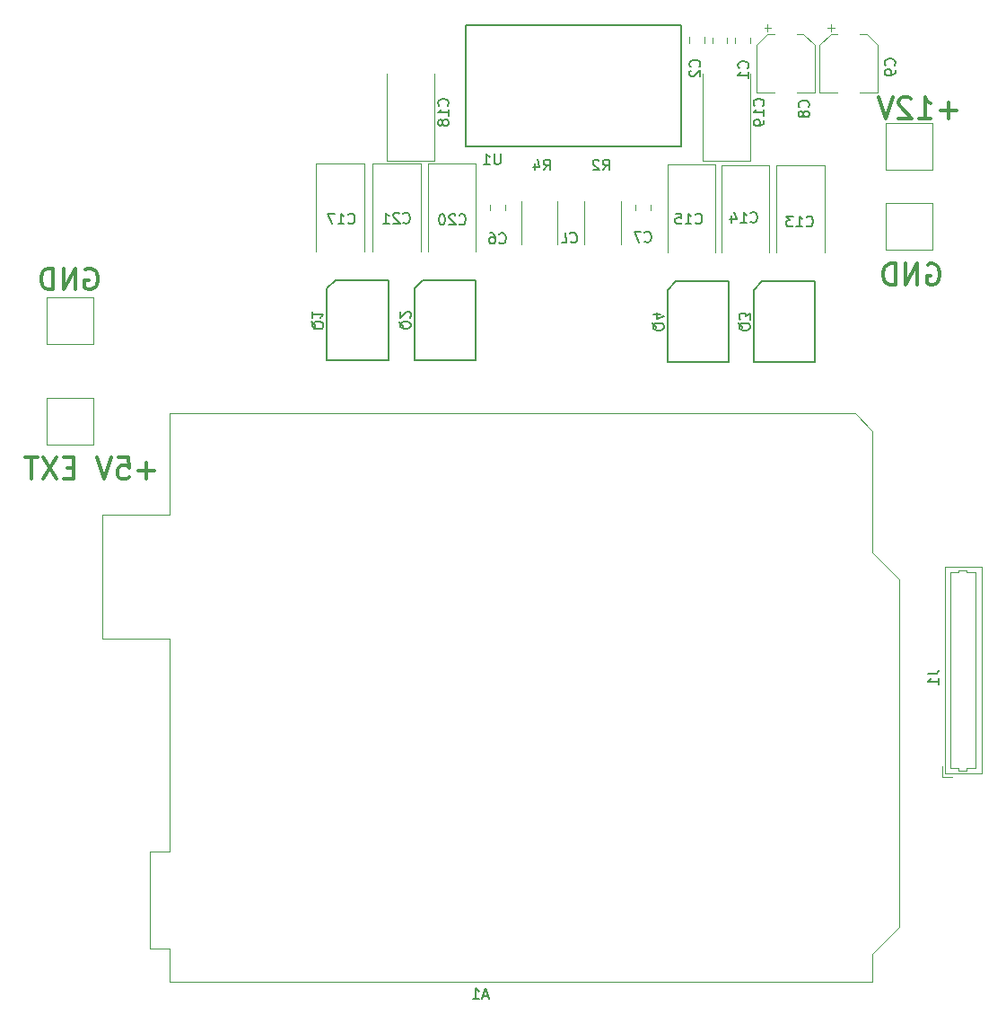
<source format=gbr>
G04 #@! TF.GenerationSoftware,KiCad,Pcbnew,(5.0.1)-3*
G04 #@! TF.CreationDate,2019-01-09T23:58:32-05:00*
G04 #@! TF.ProjectId,SMA_Driver_V1,534D415F4472697665725F56312E6B69,rev?*
G04 #@! TF.SameCoordinates,Original*
G04 #@! TF.FileFunction,Legend,Bot*
G04 #@! TF.FilePolarity,Positive*
%FSLAX46Y46*%
G04 Gerber Fmt 4.6, Leading zero omitted, Abs format (unit mm)*
G04 Created by KiCad (PCBNEW (5.0.1)-3) date 1/9/2019 23:58:32*
%MOMM*%
%LPD*%
G01*
G04 APERTURE LIST*
%ADD10C,0.150000*%
%ADD11C,0.300000*%
%ADD12C,0.120000*%
G04 APERTURE END LIST*
D10*
X52761318Y-21185142D02*
X52814889Y-21232761D01*
X52963699Y-21280380D01*
X53058937Y-21280380D01*
X53195842Y-21232761D01*
X53279175Y-21137523D01*
X53314889Y-21042285D01*
X53338699Y-20851809D01*
X53320842Y-20708952D01*
X53249413Y-20518476D01*
X53189889Y-20423238D01*
X53082747Y-20328000D01*
X52933937Y-20280380D01*
X52838699Y-20280380D01*
X52701794Y-20328000D01*
X52660127Y-20375619D01*
X51868461Y-21280380D02*
X52344651Y-21280380D01*
X52219651Y-20280380D01*
D11*
X13508880Y-42751357D02*
X11985071Y-42751357D01*
X12746976Y-43513261D02*
X12746976Y-41989452D01*
X10080309Y-41513261D02*
X11032690Y-41513261D01*
X11127928Y-42465642D01*
X11032690Y-42370404D01*
X10842214Y-42275166D01*
X10366023Y-42275166D01*
X10175547Y-42370404D01*
X10080309Y-42465642D01*
X9985071Y-42656119D01*
X9985071Y-43132309D01*
X10080309Y-43322785D01*
X10175547Y-43418023D01*
X10366023Y-43513261D01*
X10842214Y-43513261D01*
X11032690Y-43418023D01*
X11127928Y-43322785D01*
X9413642Y-41513261D02*
X8746976Y-43513261D01*
X8080309Y-41513261D01*
X5889833Y-42465642D02*
X5223166Y-42465642D01*
X4937452Y-43513261D02*
X5889833Y-43513261D01*
X5889833Y-41513261D01*
X4937452Y-41513261D01*
X4270785Y-41513261D02*
X2937452Y-43513261D01*
X2937452Y-41513261D02*
X4270785Y-43513261D01*
X2461261Y-41513261D02*
X1318404Y-41513261D01*
X1889833Y-43513261D02*
X1889833Y-41513261D01*
X6984809Y-23765000D02*
X7175285Y-23669761D01*
X7461000Y-23669761D01*
X7746714Y-23765000D01*
X7937190Y-23955476D01*
X8032428Y-24145952D01*
X8127666Y-24526904D01*
X8127666Y-24812619D01*
X8032428Y-25193571D01*
X7937190Y-25384047D01*
X7746714Y-25574523D01*
X7461000Y-25669761D01*
X7270523Y-25669761D01*
X6984809Y-25574523D01*
X6889571Y-25479285D01*
X6889571Y-24812619D01*
X7270523Y-24812619D01*
X6032428Y-25669761D02*
X6032428Y-23669761D01*
X4889571Y-25669761D01*
X4889571Y-23669761D01*
X3937190Y-25669761D02*
X3937190Y-23669761D01*
X3461000Y-23669761D01*
X3175285Y-23765000D01*
X2984809Y-23955476D01*
X2889571Y-24145952D01*
X2794333Y-24526904D01*
X2794333Y-24812619D01*
X2889571Y-25193571D01*
X2984809Y-25384047D01*
X3175285Y-25574523D01*
X3461000Y-25669761D01*
X3937190Y-25669761D01*
X86423309Y-23320500D02*
X86613785Y-23225261D01*
X86899500Y-23225261D01*
X87185214Y-23320500D01*
X87375690Y-23510976D01*
X87470928Y-23701452D01*
X87566166Y-24082404D01*
X87566166Y-24368119D01*
X87470928Y-24749071D01*
X87375690Y-24939547D01*
X87185214Y-25130023D01*
X86899500Y-25225261D01*
X86709023Y-25225261D01*
X86423309Y-25130023D01*
X86328071Y-25034785D01*
X86328071Y-24368119D01*
X86709023Y-24368119D01*
X85470928Y-25225261D02*
X85470928Y-23225261D01*
X84328071Y-25225261D01*
X84328071Y-23225261D01*
X83375690Y-25225261D02*
X83375690Y-23225261D01*
X82899500Y-23225261D01*
X82613785Y-23320500D01*
X82423309Y-23510976D01*
X82328071Y-23701452D01*
X82232833Y-24082404D01*
X82232833Y-24368119D01*
X82328071Y-24749071D01*
X82423309Y-24939547D01*
X82613785Y-25130023D01*
X82899500Y-25225261D01*
X83375690Y-25225261D01*
X89121809Y-8778857D02*
X87598000Y-8778857D01*
X88359904Y-9540761D02*
X88359904Y-8016952D01*
X85598000Y-9540761D02*
X86740857Y-9540761D01*
X86169428Y-9540761D02*
X86169428Y-7540761D01*
X86359904Y-7826476D01*
X86550380Y-8016952D01*
X86740857Y-8112190D01*
X84836095Y-7731238D02*
X84740857Y-7636000D01*
X84550380Y-7540761D01*
X84074190Y-7540761D01*
X83883714Y-7636000D01*
X83788476Y-7731238D01*
X83693238Y-7921714D01*
X83693238Y-8112190D01*
X83788476Y-8397904D01*
X84931333Y-9540761D01*
X83693238Y-9540761D01*
X83121809Y-7540761D02*
X82455142Y-9540761D01*
X81788476Y-7540761D01*
D12*
G04 #@! TO.C,J1*
X91491800Y-71313000D02*
X88071800Y-71313000D01*
X88071800Y-71313000D02*
X88071800Y-51843000D01*
X88071800Y-51843000D02*
X91491800Y-51843000D01*
X91491800Y-51843000D02*
X91491800Y-71313000D01*
X88581800Y-61578000D02*
X88581800Y-70803000D01*
X88581800Y-70803000D02*
X89331800Y-70803000D01*
X89331800Y-70803000D02*
X89331800Y-71003000D01*
X89331800Y-71003000D02*
X90131800Y-71003000D01*
X90131800Y-71003000D02*
X90131800Y-70803000D01*
X90131800Y-70803000D02*
X90981800Y-70803000D01*
X90981800Y-70803000D02*
X90981800Y-61578000D01*
X88581800Y-61578000D02*
X88581800Y-52353000D01*
X88581800Y-52353000D02*
X89331800Y-52353000D01*
X89331800Y-52353000D02*
X89331800Y-52153000D01*
X89331800Y-52153000D02*
X90131800Y-52153000D01*
X90131800Y-52153000D02*
X90131800Y-52353000D01*
X90131800Y-52353000D02*
X90981800Y-52353000D01*
X90981800Y-52353000D02*
X90981800Y-61578000D01*
X87781800Y-71603000D02*
X88781800Y-71603000D01*
X87781800Y-71603000D02*
X87781800Y-70603000D01*
G04 #@! TO.C,R2*
X54043000Y-17315436D02*
X54043000Y-21419564D01*
X57463000Y-17315436D02*
X57463000Y-21419564D01*
D10*
G04 #@! TO.C,Q3*
X75798000Y-24902000D02*
X70798000Y-24902000D01*
X75798000Y-32502000D02*
X75798000Y-24902000D01*
X69998000Y-32502000D02*
X75798000Y-32502000D01*
X69998000Y-25702000D02*
X69998000Y-32502000D01*
X70798000Y-24902000D02*
X69998000Y-25702000D01*
G04 #@! TO.C,Q4*
X62670000Y-24902000D02*
X61870000Y-25702000D01*
X61870000Y-25702000D02*
X61870000Y-32502000D01*
X61870000Y-32502000D02*
X67670000Y-32502000D01*
X67670000Y-32502000D02*
X67670000Y-24902000D01*
X67670000Y-24902000D02*
X62670000Y-24902000D01*
G04 #@! TO.C,Q2*
X38794000Y-24762500D02*
X37994000Y-25562500D01*
X37994000Y-25562500D02*
X37994000Y-32362500D01*
X37994000Y-32362500D02*
X43794000Y-32362500D01*
X43794000Y-32362500D02*
X43794000Y-24762500D01*
X43794000Y-24762500D02*
X38794000Y-24762500D01*
G04 #@! TO.C,Q1*
X30539000Y-24775000D02*
X29739000Y-25575000D01*
X29739000Y-25575000D02*
X29739000Y-32375000D01*
X29739000Y-32375000D02*
X35539000Y-32375000D01*
X35539000Y-32375000D02*
X35539000Y-24775000D01*
X35539000Y-24775000D02*
X30539000Y-24775000D01*
D12*
G04 #@! TO.C,A1*
X83746800Y-52955000D02*
X83746800Y-85725000D01*
X83746800Y-85725000D02*
X81206800Y-88265000D01*
X81206800Y-88265000D02*
X81206800Y-90935000D01*
X81206800Y-90935000D02*
X14906800Y-90935000D01*
X14906800Y-90935000D02*
X14906800Y-87755000D01*
X14906800Y-87755000D02*
X13006800Y-87755000D01*
X13006800Y-87755000D02*
X13006800Y-78615000D01*
X13006800Y-78615000D02*
X14906800Y-78615000D01*
X14906800Y-78615000D02*
X14906800Y-58545000D01*
X14906800Y-58545000D02*
X8556800Y-58545000D01*
X8556800Y-58545000D02*
X8556800Y-46865000D01*
X8556800Y-46865000D02*
X14906800Y-46865000D01*
X14906800Y-46865000D02*
X14906800Y-37335000D01*
X14906800Y-37335000D02*
X79556800Y-37335000D01*
X79556800Y-37335000D02*
X81206800Y-38985000D01*
X81206800Y-38985000D02*
X81206800Y-50415000D01*
X81206800Y-50415000D02*
X83746800Y-52955000D01*
G04 #@! TO.C,TP1*
X82509000Y-9992000D02*
X82509000Y-14392000D01*
X82509000Y-14392000D02*
X86909000Y-14392000D01*
X86909000Y-14392000D02*
X86909000Y-9992000D01*
X86909000Y-9992000D02*
X82509000Y-9992000D01*
D10*
G04 #@! TO.C,U1*
X42809171Y-720008D02*
X42809171Y-12150008D01*
X63129171Y-720008D02*
X42809171Y-720008D01*
X42809171Y-12150008D02*
X63129171Y-12150008D01*
X63129171Y-12150008D02*
X63129171Y-720008D01*
D12*
G04 #@! TO.C,C1*
X68251000Y-1897748D02*
X68251000Y-2420252D01*
X69671000Y-1897748D02*
X69671000Y-2420252D01*
G04 #@! TO.C,C2*
X65353000Y-1888748D02*
X65353000Y-2411252D01*
X63933000Y-1888748D02*
X63933000Y-2411252D01*
G04 #@! TO.C,C3*
X66092000Y-1897748D02*
X66092000Y-2420252D01*
X67512000Y-1897748D02*
X67512000Y-2420252D01*
G04 #@! TO.C,C6*
X45137000Y-17645748D02*
X45137000Y-18168252D01*
X46557000Y-17645748D02*
X46557000Y-18168252D01*
G04 #@! TO.C,C7*
X60273000Y-17645748D02*
X60273000Y-18168252D01*
X58853000Y-17645748D02*
X58853000Y-18168252D01*
G04 #@! TO.C,C8*
X71027500Y-1005500D02*
X71652500Y-1005500D01*
X71340000Y-693000D02*
X71340000Y-1318000D01*
X74720563Y-1558000D02*
X75785000Y-2622437D01*
X71329437Y-1558000D02*
X70265000Y-2622437D01*
X71329437Y-1558000D02*
X71965000Y-1558000D01*
X74720563Y-1558000D02*
X74085000Y-1558000D01*
X75785000Y-2622437D02*
X75785000Y-7078000D01*
X70265000Y-2622437D02*
X70265000Y-7078000D01*
X70265000Y-7078000D02*
X71965000Y-7078000D01*
X75785000Y-7078000D02*
X74085000Y-7078000D01*
G04 #@! TO.C,C9*
X81754000Y-7078000D02*
X80054000Y-7078000D01*
X76234000Y-7078000D02*
X77934000Y-7078000D01*
X76234000Y-2622437D02*
X76234000Y-7078000D01*
X81754000Y-2622437D02*
X81754000Y-7078000D01*
X80689563Y-1558000D02*
X80054000Y-1558000D01*
X77298437Y-1558000D02*
X77934000Y-1558000D01*
X77298437Y-1558000D02*
X76234000Y-2622437D01*
X80689563Y-1558000D02*
X81754000Y-2622437D01*
X77309000Y-693000D02*
X77309000Y-1318000D01*
X76996500Y-1005500D02*
X77621500Y-1005500D01*
G04 #@! TO.C,C13*
X72162000Y-22192000D02*
X72162000Y-13957000D01*
X72162000Y-13957000D02*
X76682000Y-13957000D01*
X76682000Y-13957000D02*
X76682000Y-22192000D01*
G04 #@! TO.C,C14*
X66955000Y-22192000D02*
X66955000Y-13957000D01*
X66955000Y-13957000D02*
X71475000Y-13957000D01*
X71475000Y-13957000D02*
X71475000Y-22192000D01*
G04 #@! TO.C,C15*
X61875000Y-22150008D02*
X61875000Y-13915008D01*
X61875000Y-13915008D02*
X66395000Y-13915008D01*
X66395000Y-13915008D02*
X66395000Y-22150008D01*
G04 #@! TO.C,C17*
X33248000Y-13830000D02*
X33248000Y-22065000D01*
X28728000Y-13830000D02*
X33248000Y-13830000D01*
X28728000Y-22065000D02*
X28728000Y-13830000D01*
G04 #@! TO.C,C18*
X35408200Y-13560008D02*
X35408200Y-5325008D01*
X39928200Y-13560008D02*
X35408200Y-13560008D01*
X39928200Y-5325008D02*
X39928200Y-13560008D01*
G04 #@! TO.C,C19*
X69697000Y-5325008D02*
X69697000Y-13560008D01*
X69697000Y-13560008D02*
X65177000Y-13560008D01*
X65177000Y-13560008D02*
X65177000Y-5325008D01*
G04 #@! TO.C,C20*
X43789000Y-13830000D02*
X43789000Y-22065000D01*
X39269000Y-13830000D02*
X43789000Y-13830000D01*
X39269000Y-22065000D02*
X39269000Y-13830000D01*
G04 #@! TO.C,C21*
X34062000Y-22065000D02*
X34062000Y-13830000D01*
X34062000Y-13830000D02*
X38582000Y-13830000D01*
X38582000Y-13830000D02*
X38582000Y-22065000D01*
G04 #@! TO.C,R4*
X48074000Y-17336944D02*
X48074000Y-21441072D01*
X51494000Y-17336944D02*
X51494000Y-21441072D01*
G04 #@! TO.C,TP2*
X82509000Y-17485000D02*
X82509000Y-21885000D01*
X86909000Y-17485000D02*
X82509000Y-17485000D01*
X86909000Y-21885000D02*
X86909000Y-17485000D01*
X82509000Y-21885000D02*
X86909000Y-21885000D01*
G04 #@! TO.C,TP3*
X7711800Y-26375000D02*
X3311800Y-26375000D01*
X3311800Y-26375000D02*
X3311800Y-30775000D01*
X3311800Y-30775000D02*
X7711800Y-30775000D01*
X7711800Y-30775000D02*
X7711800Y-26375000D01*
G04 #@! TO.C,TP12*
X7711800Y-40300000D02*
X7711800Y-35900000D01*
X3311800Y-40300000D02*
X7711800Y-40300000D01*
X3311800Y-35900000D02*
X3311800Y-40300000D01*
X7711800Y-35900000D02*
X3311800Y-35900000D01*
G04 #@! TO.C,J1*
D10*
X86447380Y-61896666D02*
X87161666Y-61896666D01*
X87304523Y-61849047D01*
X87399761Y-61753809D01*
X87447380Y-61610952D01*
X87447380Y-61515714D01*
X87447380Y-62896666D02*
X87447380Y-62325238D01*
X87447380Y-62610952D02*
X86447380Y-62610952D01*
X86590238Y-62515714D01*
X86685476Y-62420476D01*
X86733095Y-62325238D01*
G04 #@! TO.C,R2*
X55792666Y-14422380D02*
X56126000Y-13946190D01*
X56364095Y-14422380D02*
X56364095Y-13422380D01*
X55983142Y-13422380D01*
X55887904Y-13470000D01*
X55840285Y-13517619D01*
X55792666Y-13612857D01*
X55792666Y-13755714D01*
X55840285Y-13850952D01*
X55887904Y-13898571D01*
X55983142Y-13946190D01*
X56364095Y-13946190D01*
X55411714Y-13517619D02*
X55364095Y-13470000D01*
X55268857Y-13422380D01*
X55030761Y-13422380D01*
X54935523Y-13470000D01*
X54887904Y-13517619D01*
X54840285Y-13612857D01*
X54840285Y-13708095D01*
X54887904Y-13850952D01*
X55459333Y-14422380D01*
X54840285Y-14422380D01*
G04 #@! TO.C,Q3*
X68570380Y-28797238D02*
X68618000Y-28892476D01*
X68713238Y-28987714D01*
X68856095Y-29130571D01*
X68903714Y-29225809D01*
X68903714Y-29321047D01*
X68665619Y-29273428D02*
X68713238Y-29368666D01*
X68808476Y-29463904D01*
X68998952Y-29511523D01*
X69332285Y-29511523D01*
X69522761Y-29463904D01*
X69618000Y-29368666D01*
X69665619Y-29273428D01*
X69665619Y-29082952D01*
X69618000Y-28987714D01*
X69522761Y-28892476D01*
X69332285Y-28844857D01*
X68998952Y-28844857D01*
X68808476Y-28892476D01*
X68713238Y-28987714D01*
X68665619Y-29082952D01*
X68665619Y-29273428D01*
X69665619Y-28511523D02*
X69665619Y-27892476D01*
X69284666Y-28225809D01*
X69284666Y-28082952D01*
X69237047Y-27987714D01*
X69189428Y-27940095D01*
X69094190Y-27892476D01*
X68856095Y-27892476D01*
X68760857Y-27940095D01*
X68713238Y-27987714D01*
X68665619Y-28082952D01*
X68665619Y-28368666D01*
X68713238Y-28463904D01*
X68760857Y-28511523D01*
G04 #@! TO.C,Q4*
X60442380Y-28797238D02*
X60490000Y-28892476D01*
X60585238Y-28987714D01*
X60728095Y-29130571D01*
X60775714Y-29225809D01*
X60775714Y-29321047D01*
X60537619Y-29273428D02*
X60585238Y-29368666D01*
X60680476Y-29463904D01*
X60870952Y-29511523D01*
X61204285Y-29511523D01*
X61394761Y-29463904D01*
X61490000Y-29368666D01*
X61537619Y-29273428D01*
X61537619Y-29082952D01*
X61490000Y-28987714D01*
X61394761Y-28892476D01*
X61204285Y-28844857D01*
X60870952Y-28844857D01*
X60680476Y-28892476D01*
X60585238Y-28987714D01*
X60537619Y-29082952D01*
X60537619Y-29273428D01*
X61204285Y-27987714D02*
X60537619Y-27987714D01*
X61585238Y-28225809D02*
X60870952Y-28463904D01*
X60870952Y-27844857D01*
G04 #@! TO.C,Q2*
X36566380Y-28657738D02*
X36614000Y-28752976D01*
X36709238Y-28848214D01*
X36852095Y-28991071D01*
X36899714Y-29086309D01*
X36899714Y-29181547D01*
X36661619Y-29133928D02*
X36709238Y-29229166D01*
X36804476Y-29324404D01*
X36994952Y-29372023D01*
X37328285Y-29372023D01*
X37518761Y-29324404D01*
X37614000Y-29229166D01*
X37661619Y-29133928D01*
X37661619Y-28943452D01*
X37614000Y-28848214D01*
X37518761Y-28752976D01*
X37328285Y-28705357D01*
X36994952Y-28705357D01*
X36804476Y-28752976D01*
X36709238Y-28848214D01*
X36661619Y-28943452D01*
X36661619Y-29133928D01*
X37566380Y-28324404D02*
X37614000Y-28276785D01*
X37661619Y-28181547D01*
X37661619Y-27943452D01*
X37614000Y-27848214D01*
X37566380Y-27800595D01*
X37471142Y-27752976D01*
X37375904Y-27752976D01*
X37233047Y-27800595D01*
X36661619Y-28372023D01*
X36661619Y-27752976D01*
G04 #@! TO.C,Q1*
X28311380Y-28670238D02*
X28359000Y-28765476D01*
X28454238Y-28860714D01*
X28597095Y-29003571D01*
X28644714Y-29098809D01*
X28644714Y-29194047D01*
X28406619Y-29146428D02*
X28454238Y-29241666D01*
X28549476Y-29336904D01*
X28739952Y-29384523D01*
X29073285Y-29384523D01*
X29263761Y-29336904D01*
X29359000Y-29241666D01*
X29406619Y-29146428D01*
X29406619Y-28955952D01*
X29359000Y-28860714D01*
X29263761Y-28765476D01*
X29073285Y-28717857D01*
X28739952Y-28717857D01*
X28549476Y-28765476D01*
X28454238Y-28860714D01*
X28406619Y-28955952D01*
X28406619Y-29146428D01*
X28406619Y-27765476D02*
X28406619Y-28336904D01*
X28406619Y-28051190D02*
X29406619Y-28051190D01*
X29263761Y-28146428D01*
X29168523Y-28241666D01*
X29120904Y-28336904D01*
G04 #@! TO.C,A1*
X44961085Y-92241666D02*
X44484895Y-92241666D01*
X45056323Y-92527380D02*
X44722990Y-91527380D01*
X44389657Y-92527380D01*
X43532514Y-92527380D02*
X44103942Y-92527380D01*
X43818228Y-92527380D02*
X43818228Y-91527380D01*
X43913466Y-91670238D01*
X44008704Y-91765476D01*
X44103942Y-91813095D01*
G04 #@! TO.C,U1*
X46111075Y-12872388D02*
X46111075Y-13681912D01*
X46063456Y-13777150D01*
X46015837Y-13824769D01*
X45920599Y-13872388D01*
X45730123Y-13872388D01*
X45634885Y-13824769D01*
X45587266Y-13777150D01*
X45539647Y-13681912D01*
X45539647Y-12872388D01*
X44539647Y-13872388D02*
X45111075Y-13872388D01*
X44825361Y-13872388D02*
X44825361Y-12872388D01*
X44920599Y-13015246D01*
X45015837Y-13110484D01*
X45111075Y-13158103D01*
G04 #@! TO.C,C1*
X69445142Y-4786333D02*
X69492761Y-4738714D01*
X69540380Y-4595857D01*
X69540380Y-4500619D01*
X69492761Y-4357761D01*
X69397523Y-4262523D01*
X69302285Y-4214904D01*
X69111809Y-4167285D01*
X68968952Y-4167285D01*
X68778476Y-4214904D01*
X68683238Y-4262523D01*
X68588000Y-4357761D01*
X68540380Y-4500619D01*
X68540380Y-4595857D01*
X68588000Y-4738714D01*
X68635619Y-4786333D01*
X69540380Y-5738714D02*
X69540380Y-5167285D01*
X69540380Y-5453000D02*
X68540380Y-5453000D01*
X68683238Y-5357761D01*
X68778476Y-5262523D01*
X68826095Y-5167285D01*
G04 #@! TO.C,C2*
X64873142Y-4659333D02*
X64920761Y-4611714D01*
X64968380Y-4468857D01*
X64968380Y-4373619D01*
X64920761Y-4230761D01*
X64825523Y-4135523D01*
X64730285Y-4087904D01*
X64539809Y-4040285D01*
X64396952Y-4040285D01*
X64206476Y-4087904D01*
X64111238Y-4135523D01*
X64016000Y-4230761D01*
X63968380Y-4373619D01*
X63968380Y-4468857D01*
X64016000Y-4611714D01*
X64063619Y-4659333D01*
X64063619Y-5040285D02*
X64016000Y-5087904D01*
X63968380Y-5183142D01*
X63968380Y-5421238D01*
X64016000Y-5516476D01*
X64063619Y-5564095D01*
X64158857Y-5611714D01*
X64254095Y-5611714D01*
X64396952Y-5564095D01*
X64968380Y-4992666D01*
X64968380Y-5611714D01*
G04 #@! TO.C,C6*
X46013666Y-21248642D02*
X46061285Y-21296261D01*
X46204142Y-21343880D01*
X46299380Y-21343880D01*
X46442238Y-21296261D01*
X46537476Y-21201023D01*
X46585095Y-21105785D01*
X46632714Y-20915309D01*
X46632714Y-20772452D01*
X46585095Y-20581976D01*
X46537476Y-20486738D01*
X46442238Y-20391500D01*
X46299380Y-20343880D01*
X46204142Y-20343880D01*
X46061285Y-20391500D01*
X46013666Y-20439119D01*
X45156523Y-20343880D02*
X45347000Y-20343880D01*
X45442238Y-20391500D01*
X45489857Y-20439119D01*
X45585095Y-20581976D01*
X45632714Y-20772452D01*
X45632714Y-21153404D01*
X45585095Y-21248642D01*
X45537476Y-21296261D01*
X45442238Y-21343880D01*
X45251761Y-21343880D01*
X45156523Y-21296261D01*
X45108904Y-21248642D01*
X45061285Y-21153404D01*
X45061285Y-20915309D01*
X45108904Y-20820071D01*
X45156523Y-20772452D01*
X45251761Y-20724833D01*
X45442238Y-20724833D01*
X45537476Y-20772452D01*
X45585095Y-20820071D01*
X45632714Y-20915309D01*
G04 #@! TO.C,C7*
X59729666Y-21121642D02*
X59777285Y-21169261D01*
X59920142Y-21216880D01*
X60015380Y-21216880D01*
X60158238Y-21169261D01*
X60253476Y-21074023D01*
X60301095Y-20978785D01*
X60348714Y-20788309D01*
X60348714Y-20645452D01*
X60301095Y-20454976D01*
X60253476Y-20359738D01*
X60158238Y-20264500D01*
X60015380Y-20216880D01*
X59920142Y-20216880D01*
X59777285Y-20264500D01*
X59729666Y-20312119D01*
X59396333Y-20216880D02*
X58729666Y-20216880D01*
X59158238Y-21216880D01*
G04 #@! TO.C,C8*
X75160142Y-8469333D02*
X75207761Y-8421714D01*
X75255380Y-8278857D01*
X75255380Y-8183619D01*
X75207761Y-8040761D01*
X75112523Y-7945523D01*
X75017285Y-7897904D01*
X74826809Y-7850285D01*
X74683952Y-7850285D01*
X74493476Y-7897904D01*
X74398238Y-7945523D01*
X74303000Y-8040761D01*
X74255380Y-8183619D01*
X74255380Y-8278857D01*
X74303000Y-8421714D01*
X74350619Y-8469333D01*
X74683952Y-9040761D02*
X74636333Y-8945523D01*
X74588714Y-8897904D01*
X74493476Y-8850285D01*
X74445857Y-8850285D01*
X74350619Y-8897904D01*
X74303000Y-8945523D01*
X74255380Y-9040761D01*
X74255380Y-9231238D01*
X74303000Y-9326476D01*
X74350619Y-9374095D01*
X74445857Y-9421714D01*
X74493476Y-9421714D01*
X74588714Y-9374095D01*
X74636333Y-9326476D01*
X74683952Y-9231238D01*
X74683952Y-9040761D01*
X74731571Y-8945523D01*
X74779190Y-8897904D01*
X74874428Y-8850285D01*
X75064904Y-8850285D01*
X75160142Y-8897904D01*
X75207761Y-8945523D01*
X75255380Y-9040761D01*
X75255380Y-9231238D01*
X75207761Y-9326476D01*
X75160142Y-9374095D01*
X75064904Y-9421714D01*
X74874428Y-9421714D01*
X74779190Y-9374095D01*
X74731571Y-9326476D01*
X74683952Y-9231238D01*
G04 #@! TO.C,C9*
X83288142Y-4532333D02*
X83335761Y-4484714D01*
X83383380Y-4341857D01*
X83383380Y-4246619D01*
X83335761Y-4103761D01*
X83240523Y-4008523D01*
X83145285Y-3960904D01*
X82954809Y-3913285D01*
X82811952Y-3913285D01*
X82621476Y-3960904D01*
X82526238Y-4008523D01*
X82431000Y-4103761D01*
X82383380Y-4246619D01*
X82383380Y-4341857D01*
X82431000Y-4484714D01*
X82478619Y-4532333D01*
X83383380Y-5008523D02*
X83383380Y-5199000D01*
X83335761Y-5294238D01*
X83288142Y-5341857D01*
X83145285Y-5437095D01*
X82954809Y-5484714D01*
X82573857Y-5484714D01*
X82478619Y-5437095D01*
X82431000Y-5389476D01*
X82383380Y-5294238D01*
X82383380Y-5103761D01*
X82431000Y-5008523D01*
X82478619Y-4960904D01*
X82573857Y-4913285D01*
X82811952Y-4913285D01*
X82907190Y-4960904D01*
X82954809Y-5008523D01*
X83002428Y-5103761D01*
X83002428Y-5294238D01*
X82954809Y-5389476D01*
X82907190Y-5437095D01*
X82811952Y-5484714D01*
G04 #@! TO.C,C13*
X75001357Y-19661142D02*
X75048976Y-19708761D01*
X75191833Y-19756380D01*
X75287071Y-19756380D01*
X75429928Y-19708761D01*
X75525166Y-19613523D01*
X75572785Y-19518285D01*
X75620404Y-19327809D01*
X75620404Y-19184952D01*
X75572785Y-18994476D01*
X75525166Y-18899238D01*
X75429928Y-18804000D01*
X75287071Y-18756380D01*
X75191833Y-18756380D01*
X75048976Y-18804000D01*
X75001357Y-18851619D01*
X74048976Y-19756380D02*
X74620404Y-19756380D01*
X74334690Y-19756380D02*
X74334690Y-18756380D01*
X74429928Y-18899238D01*
X74525166Y-18994476D01*
X74620404Y-19042095D01*
X73715642Y-18756380D02*
X73096595Y-18756380D01*
X73429928Y-19137333D01*
X73287071Y-19137333D01*
X73191833Y-19184952D01*
X73144214Y-19232571D01*
X73096595Y-19327809D01*
X73096595Y-19565904D01*
X73144214Y-19661142D01*
X73191833Y-19708761D01*
X73287071Y-19756380D01*
X73572785Y-19756380D01*
X73668023Y-19708761D01*
X73715642Y-19661142D01*
G04 #@! TO.C,C14*
X69730857Y-19280142D02*
X69778476Y-19327761D01*
X69921333Y-19375380D01*
X70016571Y-19375380D01*
X70159428Y-19327761D01*
X70254666Y-19232523D01*
X70302285Y-19137285D01*
X70349904Y-18946809D01*
X70349904Y-18803952D01*
X70302285Y-18613476D01*
X70254666Y-18518238D01*
X70159428Y-18423000D01*
X70016571Y-18375380D01*
X69921333Y-18375380D01*
X69778476Y-18423000D01*
X69730857Y-18470619D01*
X68778476Y-19375380D02*
X69349904Y-19375380D01*
X69064190Y-19375380D02*
X69064190Y-18375380D01*
X69159428Y-18518238D01*
X69254666Y-18613476D01*
X69349904Y-18661095D01*
X67921333Y-18708714D02*
X67921333Y-19375380D01*
X68159428Y-18327761D02*
X68397523Y-19042047D01*
X67778476Y-19042047D01*
G04 #@! TO.C,C15*
X64523857Y-19407142D02*
X64571476Y-19454761D01*
X64714333Y-19502380D01*
X64809571Y-19502380D01*
X64952428Y-19454761D01*
X65047666Y-19359523D01*
X65095285Y-19264285D01*
X65142904Y-19073809D01*
X65142904Y-18930952D01*
X65095285Y-18740476D01*
X65047666Y-18645238D01*
X64952428Y-18550000D01*
X64809571Y-18502380D01*
X64714333Y-18502380D01*
X64571476Y-18550000D01*
X64523857Y-18597619D01*
X63571476Y-19502380D02*
X64142904Y-19502380D01*
X63857190Y-19502380D02*
X63857190Y-18502380D01*
X63952428Y-18645238D01*
X64047666Y-18740476D01*
X64142904Y-18788095D01*
X62666714Y-18502380D02*
X63142904Y-18502380D01*
X63190523Y-18978571D01*
X63142904Y-18930952D01*
X63047666Y-18883333D01*
X62809571Y-18883333D01*
X62714333Y-18930952D01*
X62666714Y-18978571D01*
X62619095Y-19073809D01*
X62619095Y-19311904D01*
X62666714Y-19407142D01*
X62714333Y-19454761D01*
X62809571Y-19502380D01*
X63047666Y-19502380D01*
X63142904Y-19454761D01*
X63190523Y-19407142D01*
G04 #@! TO.C,C17*
X31757857Y-19407142D02*
X31805476Y-19454761D01*
X31948333Y-19502380D01*
X32043571Y-19502380D01*
X32186428Y-19454761D01*
X32281666Y-19359523D01*
X32329285Y-19264285D01*
X32376904Y-19073809D01*
X32376904Y-18930952D01*
X32329285Y-18740476D01*
X32281666Y-18645238D01*
X32186428Y-18550000D01*
X32043571Y-18502380D01*
X31948333Y-18502380D01*
X31805476Y-18550000D01*
X31757857Y-18597619D01*
X30805476Y-19502380D02*
X31376904Y-19502380D01*
X31091190Y-19502380D02*
X31091190Y-18502380D01*
X31186428Y-18645238D01*
X31281666Y-18740476D01*
X31376904Y-18788095D01*
X30472142Y-18502380D02*
X29805476Y-18502380D01*
X30234047Y-19502380D01*
G04 #@! TO.C,C18*
X41125342Y-8332150D02*
X41172961Y-8284531D01*
X41220580Y-8141674D01*
X41220580Y-8046436D01*
X41172961Y-7903579D01*
X41077723Y-7808341D01*
X40982485Y-7760722D01*
X40792009Y-7713103D01*
X40649152Y-7713103D01*
X40458676Y-7760722D01*
X40363438Y-7808341D01*
X40268200Y-7903579D01*
X40220580Y-8046436D01*
X40220580Y-8141674D01*
X40268200Y-8284531D01*
X40315819Y-8332150D01*
X41220580Y-9284531D02*
X41220580Y-8713103D01*
X41220580Y-8998817D02*
X40220580Y-8998817D01*
X40363438Y-8903579D01*
X40458676Y-8808341D01*
X40506295Y-8713103D01*
X40649152Y-9855960D02*
X40601533Y-9760722D01*
X40553914Y-9713103D01*
X40458676Y-9665484D01*
X40411057Y-9665484D01*
X40315819Y-9713103D01*
X40268200Y-9760722D01*
X40220580Y-9855960D01*
X40220580Y-10046436D01*
X40268200Y-10141674D01*
X40315819Y-10189293D01*
X40411057Y-10236912D01*
X40458676Y-10236912D01*
X40553914Y-10189293D01*
X40601533Y-10141674D01*
X40649152Y-10046436D01*
X40649152Y-9855960D01*
X40696771Y-9760722D01*
X40744390Y-9713103D01*
X40839628Y-9665484D01*
X41030104Y-9665484D01*
X41125342Y-9713103D01*
X41172961Y-9760722D01*
X41220580Y-9855960D01*
X41220580Y-10046436D01*
X41172961Y-10141674D01*
X41125342Y-10189293D01*
X41030104Y-10236912D01*
X40839628Y-10236912D01*
X40744390Y-10189293D01*
X40696771Y-10141674D01*
X40649152Y-10046436D01*
G04 #@! TO.C,C19*
X70894142Y-8332150D02*
X70941761Y-8284531D01*
X70989380Y-8141674D01*
X70989380Y-8046436D01*
X70941761Y-7903579D01*
X70846523Y-7808341D01*
X70751285Y-7760722D01*
X70560809Y-7713103D01*
X70417952Y-7713103D01*
X70227476Y-7760722D01*
X70132238Y-7808341D01*
X70037000Y-7903579D01*
X69989380Y-8046436D01*
X69989380Y-8141674D01*
X70037000Y-8284531D01*
X70084619Y-8332150D01*
X70989380Y-9284531D02*
X70989380Y-8713103D01*
X70989380Y-8998817D02*
X69989380Y-8998817D01*
X70132238Y-8903579D01*
X70227476Y-8808341D01*
X70275095Y-8713103D01*
X70989380Y-9760722D02*
X70989380Y-9951198D01*
X70941761Y-10046436D01*
X70894142Y-10094055D01*
X70751285Y-10189293D01*
X70560809Y-10236912D01*
X70179857Y-10236912D01*
X70084619Y-10189293D01*
X70037000Y-10141674D01*
X69989380Y-10046436D01*
X69989380Y-9855960D01*
X70037000Y-9760722D01*
X70084619Y-9713103D01*
X70179857Y-9665484D01*
X70417952Y-9665484D01*
X70513190Y-9713103D01*
X70560809Y-9760722D01*
X70608428Y-9855960D01*
X70608428Y-10046436D01*
X70560809Y-10141674D01*
X70513190Y-10189293D01*
X70417952Y-10236912D01*
G04 #@! TO.C,C20*
X42235357Y-19470642D02*
X42282976Y-19518261D01*
X42425833Y-19565880D01*
X42521071Y-19565880D01*
X42663928Y-19518261D01*
X42759166Y-19423023D01*
X42806785Y-19327785D01*
X42854404Y-19137309D01*
X42854404Y-18994452D01*
X42806785Y-18803976D01*
X42759166Y-18708738D01*
X42663928Y-18613500D01*
X42521071Y-18565880D01*
X42425833Y-18565880D01*
X42282976Y-18613500D01*
X42235357Y-18661119D01*
X41854404Y-18661119D02*
X41806785Y-18613500D01*
X41711547Y-18565880D01*
X41473452Y-18565880D01*
X41378214Y-18613500D01*
X41330595Y-18661119D01*
X41282976Y-18756357D01*
X41282976Y-18851595D01*
X41330595Y-18994452D01*
X41902023Y-19565880D01*
X41282976Y-19565880D01*
X40663928Y-18565880D02*
X40568690Y-18565880D01*
X40473452Y-18613500D01*
X40425833Y-18661119D01*
X40378214Y-18756357D01*
X40330595Y-18946833D01*
X40330595Y-19184928D01*
X40378214Y-19375404D01*
X40425833Y-19470642D01*
X40473452Y-19518261D01*
X40568690Y-19565880D01*
X40663928Y-19565880D01*
X40759166Y-19518261D01*
X40806785Y-19470642D01*
X40854404Y-19375404D01*
X40902023Y-19184928D01*
X40902023Y-18946833D01*
X40854404Y-18756357D01*
X40806785Y-18661119D01*
X40759166Y-18613500D01*
X40663928Y-18565880D01*
G04 #@! TO.C,C21*
X36964857Y-19343642D02*
X37012476Y-19391261D01*
X37155333Y-19438880D01*
X37250571Y-19438880D01*
X37393428Y-19391261D01*
X37488666Y-19296023D01*
X37536285Y-19200785D01*
X37583904Y-19010309D01*
X37583904Y-18867452D01*
X37536285Y-18676976D01*
X37488666Y-18581738D01*
X37393428Y-18486500D01*
X37250571Y-18438880D01*
X37155333Y-18438880D01*
X37012476Y-18486500D01*
X36964857Y-18534119D01*
X36583904Y-18534119D02*
X36536285Y-18486500D01*
X36441047Y-18438880D01*
X36202952Y-18438880D01*
X36107714Y-18486500D01*
X36060095Y-18534119D01*
X36012476Y-18629357D01*
X36012476Y-18724595D01*
X36060095Y-18867452D01*
X36631523Y-19438880D01*
X36012476Y-19438880D01*
X35060095Y-19438880D02*
X35631523Y-19438880D01*
X35345809Y-19438880D02*
X35345809Y-18438880D01*
X35441047Y-18581738D01*
X35536285Y-18676976D01*
X35631523Y-18724595D01*
G04 #@! TO.C,R4*
X50204666Y-14422380D02*
X50538000Y-13946190D01*
X50776095Y-14422380D02*
X50776095Y-13422380D01*
X50395142Y-13422380D01*
X50299904Y-13470000D01*
X50252285Y-13517619D01*
X50204666Y-13612857D01*
X50204666Y-13755714D01*
X50252285Y-13850952D01*
X50299904Y-13898571D01*
X50395142Y-13946190D01*
X50776095Y-13946190D01*
X49347523Y-13755714D02*
X49347523Y-14422380D01*
X49585619Y-13374761D02*
X49823714Y-14089047D01*
X49204666Y-14089047D01*
G04 #@! TD*
M02*

</source>
